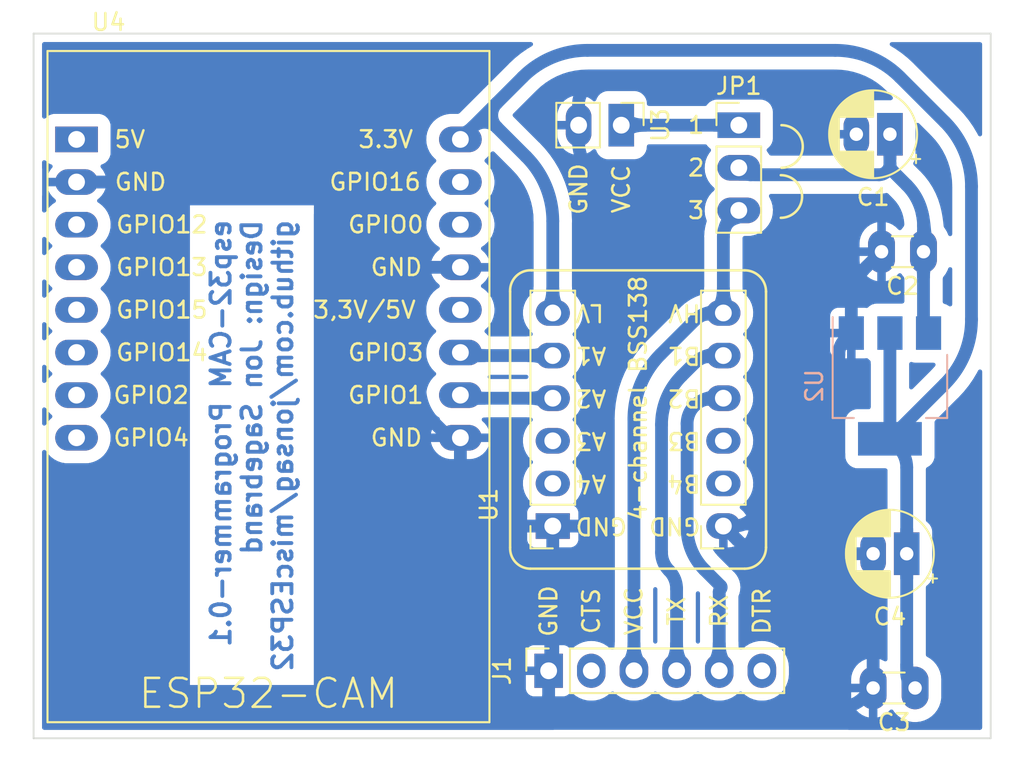
<source format=kicad_pcb>
(kicad_pcb (version 20240108) (generator "pcbnew") (generator_version "8.0")
  (title_block (title "esp32-CAM Programmer") (date "2022-09-19") (rev "0.1"))
  (layers (0 "F.Cu" signal) (31 "B.Cu" signal) (34 "B.Paste" user) (35 "F.Paste" user) (36 "B.SilkS" user "B.Silkscreen") (37 "F.SilkS" user "F.Silkscreen") (38 "B.Mask" user) (39 "F.Mask" user) (44 "Edge.Cuts" user))
  (net 0 "")
  (net 1 "Net-(C1-Pad1)")
  (net 2 "GND")
  (net 3 "+3.3V")
  (net 5 "+5V")
  (net 6 "Tx")
  (net 7 "Rx")
  (net 9 "VCC")
  (net 12 "GPIO1{slash}Tx")
  (net 13 "GPIO3{slash}Rx")
  (footprint "My_Headers:2-pin_power_input_header_larger_pads" (layer "F.Cu") (at 165 55.46 -90)
    (property "Reference" "U3" (at 0 -2.33 90) (layer "F.SilkS"))
    (property "Value" "External Power In")
    (fp_text user "VCC" (at 3.81 0 90) (layer "F.SilkS"))
    (fp_text user "GND" (at 3.81 2.54 90) (layer "F.SilkS"))
    (pad "1" thru_hole rect (at 0 0 270) (size 2.54 1.524) (drill 1) (layers "*.Cu" "*.Mask") (net 9 "VCC"))
    (pad "2" thru_hole oval (at 0 2.54 270) (size 2.54 1.524) (drill 1) (layers "*.Cu" "*.Mask") (net 2 "GND"))
  )
  (footprint "My_Misc:CP_Radial_D5.0mm_P2.00mm_larger" (layer "F.Cu") (at 182 81 180)
    (property "Reference" "C4" (at 1 -3.75 0) (layer "F.SilkS"))
    (property "Value" "10u")
    (pad "1" thru_hole rect (at 0 0 180) (size 1.524 2.54) (drill 0.8) (layers "*.Cu" "*.Mask") (net 3 "+3.3V"))
    (pad "2" thru_hole oval (at 2 0 180) (size 1.524 2.54) (drill 0.8) (layers "*.Cu" "*.Mask") (net 2 "GND"))
  )
  (footprint "My_Parts:Jumper_1x03_P2.54mm_large" (layer "F.Cu") (at 172 55.46)
    (property "Reference" "JP1" (at 0 -2.33 0) (layer "F.SilkS"))
    (property "Value" "External/Internal")
    (fp_text user "2" (at -2.54 2.54 0) (layer "F.SilkS"))
    (fp_text user "3" (at -2.54 5.08 0) (layer "F.SilkS"))
    (fp_text user "1" (at -2.54 0 0) (layer "F.SilkS"))
    (pad "1" thru_hole rect (at 0 0) (size 2.54 1.524) (drill 1) (layers "*.Cu" "*.Mask") (net 9 "VCC"))
    (pad "2" thru_hole oval (at 0 2.54) (size 2.54 1.524) (drill 1) (layers "*.Cu" "*.Mask") (net 1 "Net-(C1-Pad1)"))
    (pad "3" thru_hole oval (at 0 5.08) (size 2.54 1.524) (drill 1) (layers "*.Cu" "*.Mask") (net 5 "+5V"))
  )
  (footprint "My_Parts:4-channel_I2C_level_shifter_BSS138_large" (layer "F.Cu") (at 160.920743 79.350743 90)
    (property "Reference" "U1" (at 1.27 -3.81 90) (layer "F.SilkS"))
    (property "Value" "Level Shifter BSS138")
    (fp_text user "HV" (at 12.7 8.89 180) (layer "F.SilkS") (effects (justify left)))
    (fp_text user "4-channel BSS138" (at 7.62 5.08 90) (layer "F.SilkS"))
    (fp_text user "A4" (at 2.54 1.27 180) (layer "F.SilkS") (effects (justify right)))
    (fp_text user "B2" (at 7.62 8.89 180) (layer "F.SilkS") (effects (justify left)))
    (fp_text user "A2" (at 7.62 1.27 180) (layer "F.SilkS") (effects (justify right)))
    (fp_text user "A3" (at 5.08 1.27 180) (layer "F.SilkS") (effects (justify right)))
    (fp_text user "B4" (at 2.54 8.89 180) (layer "F.SilkS") (effects (justify left)))
    (fp_text user "B1" (at 10.16 8.89 180) (layer "F.SilkS") (effects (justify left)))
    (fp_text user "GND" (at 0 1.27 180) (layer "F.SilkS") (effects (justify right)))
    (fp_text user "A1" (at 10.16 1.27 180) (layer "F.SilkS") (effects (justify right)))
    (fp_text user "GND" (at 0 8.89 180) (layer "F.SilkS") (effects (justify left)))
    (fp_text user "LV" (at 12.7 1.27 180) (layer "F.SilkS") (effects (justify right)))
    (fp_text user "B3" (at 5.08 8.89 180) (layer "F.SilkS") (effects (justify left)))
    (pad "1" thru_hole rect (at 0 0 180) (size 2.032 1.524) (drill 1) (layers "*.Cu" "*.Mask") (net 2 "GND"))
    (pad "2" thru_hole oval (at 2.54 0 180) (size 2.032 1.524) (drill 1) (layers "*.Cu" "*.Mask"))
    (pad "3" thru_hole oval (at 5.08 0 180) (size 2.032 1.524) (drill 1) (layers "*.Cu" "*.Mask"))
    (pad "4" thru_hole oval (at 7.62 0 180) (size 2.032 1.524) (drill 1) (layers "*.Cu" "*.Mask") (net 12 "GPIO1{slash}Tx"))
    (pad "5" thru_hole oval (at 10.16 0 180) (size 2.032 1.524) (drill 1) (layers "*.Cu" "*.Mask") (net 13 "GPIO3{slash}Rx"))
    (pad "6" thru_hole oval (at 12.7 0 180) (size 2.032 1.524) (drill 1) (layers "*.Cu" "*.Mask") (net 3 "+3.3V"))
    (pad "7" thru_hole oval (at 0 10.16 180) (size 2.032 1.524) (drill 1) (layers "*.Cu" "*.Mask") (net 2 "GND"))
    (pad "8" thru_hole oval (at 2.54 10.16 180) (size 2.032 1.524) (drill 1) (layers "*.Cu" "*.Mask"))
    (pad "9" thru_hole oval (at 5.08 10.16 180) (size 2.032 1.524) (drill 1) (layers "*.Cu" "*.Mask"))
    (pad "10" thru_hole oval (at 7.62 10.16 180) (size 2.032 1.524) (drill 1) (layers "*.Cu" "*.Mask") (net 7 "Rx"))
    (pad "11" thru_hole oval (at 10.16 10.16 180) (size 2.032 1.524) (drill 1) (layers "*.Cu" "*.Mask") (net 6 "Tx"))
    (pad "12" thru_hole oval (at 12.7 10.16 180) (size 2.032 1.524) (drill 1) (layers "*.Cu" "*.Mask") (net 5 "+5V"))
  )
  (footprint "My_Misc:C_Disc_D3.0mm_W1.6mm_P2.50mm_larg" (layer "F.Cu") (at 182.5 89 180)
    (property "Reference" "C3" (at 1.25 -2.05 0) (layer "F.SilkS"))
    (property "Value" "100n")
    (pad "1" thru_hole oval (at 0 0 180) (size 1.6 2.54) (drill 0.8) (layers "*.Cu" "*.Mask") (net 3 "+3.3V"))
    (pad "2" thru_hole oval (at 2.5 0 180) (size 1.6 2.54) (drill 0.8) (layers "*.Cu" "*.Mask") (net 2 "GND"))
  )
  (footprint "My_Misc:CP_Radial_D5.0mm_P2.00mm_larger" (layer "F.Cu") (at 181 56 180)
    (property "Reference" "C1" (at 1 -3.75 0) (layer "F.SilkS"))
    (property "Value" "10u")
    (pad "1" thru_hole rect (at 0 0 180) (size 1.524 2.54) (drill 0.8) (layers "*.Cu" "*.Mask") (net 1 "Net-(C1-Pad1)"))
    (pad "2" thru_hole oval (at 2 0 180) (size 1.524 2.54) (drill 0.8) (layers "*.Cu" "*.Mask") (net 2 "GND"))
  )
  (footprint "My_ESP32:ESP32-CAM" (layer "F.Cu") (at 132.558725 56.3085)
    (property "Reference" "U4" (at 1.905 -6.985 0) (layer "F.SilkS"))
    (property "Value" "ESP32-CAM")
    (fp_text user "GPIO15" (at 5.08 10.16 0) (layer "F.SilkS"))
    (fp_text user "GPIO3" (at 18.415 12.7 0) (layer "F.SilkS"))
    (fp_text user "GPIO4" (at 4.445 17.78 0) (layer "F.SilkS"))
    (fp_text user "GND" (at 19.05 7.62 0) (layer "F.SilkS"))
    (fp_text user "GPIO12" (at 5.08 5.08 0) (layer "F.SilkS"))
    (fp_text user "GND" (at 19.05 17.78 0) (layer "F.SilkS"))
    (fp_text user "3,3V/5V" (at 17.145 10.16 0) (layer "F.SilkS"))
    (fp_text user "GPIO14" (at 5.08 12.7 0) (layer "F.SilkS"))
    (fp_text user "5V" (at 3.175 0 0) (layer "F.SilkS"))
    (fp_text user "3.3V" (at 18.415 0 0) (layer "F.SilkS"))
    (fp_text user "GPIO0" (at 18.415 5.08 0) (layer "F.SilkS"))
    (fp_text user "GND" (at 3.81 2.54 0) (layer "F.SilkS"))
    (fp_text user "GPIO13" (at 5.08 7.62 0) (layer "F.SilkS"))
    (fp_text user "ESP32-CAM" (at 11.43 33.02 0) (layer "F.SilkS") (effects (font (size 1.72 1.72))))
    (fp_text user "GPIO1" (at 18.415 15.24 0) (layer "F.SilkS"))
    (fp_text user "GPIO16" (at 17.78 2.54 0) (layer "F.SilkS"))
    (fp_text user "GPIO2" (at 4.445 15.24 0) (layer "F.SilkS"))
    (pad "1" thru_hole rect (at 0 0) (size 2.54 1.524) (drill 1) (layers "*.Cu" "*.Mask"))
    (pad "2" thru_hole oval (at 0 2.54) (size 2.54 1.524) (drill 1) (layers "*.Cu" "*.Mask") (net 2 "GND"))
    (pad "3" thru_hole oval (at 0 5.08) (size 2.54 1.524) (drill 1) (layers "*.Cu" "*.Mask"))
    (pad "4" thru_hole oval (at 0 7.62) (size 2.54 1.524) (drill 1) (layers "*.Cu" "*.Mask"))
    (pad "5" thru_hole oval (at 0 10.16) (size 2.54 1.524) (drill 1) (layers "*.Cu" "*.Mask"))
    (pad "6" thru_hole oval (at 0 12.7) (size 2.54 1.524) (drill 1) (layers "*.Cu" "*.Mask"))
    (pad "7" thru_hole oval (at 0 15.24) (size 2.54 1.524) (drill 1) (layers "*.Cu" "*.Mask"))
    (pad "8" thru_hole oval (at 0 17.78) (size 2.54 1.524) (drill 1) (layers "*.Cu" "*.Mask"))
    (pad "9" thru_hole oval (at 22.86 17.78) (size 2.54 1.524) (drill 1) (layers "*.Cu" "*.Mask") (net 2 "GND"))
    (pad "10" thru_hole oval (at 22.86 15.24) (size 2.54 1.524) (drill 1) (layers "*.Cu" "*.Mask") (net 12 "GPIO1{slash}Tx"))
    (pad "11" thru_hole oval (at 22.86 12.7) (size 2.54 1.524) (drill 1) (layers "*.Cu" "*.Mask") (net 13 "GPIO3{slash}Rx"))
    (pad "12" thru_hole oval (at 22.86 10.16) (size 2.54 1.524) (drill 1) (layers "*.Cu" "*.Mask"))
    (pad "13" thru_hole oval (at 22.86 7.62) (size 2.54 1.524) (drill 1) (layers "*.Cu" "*.Mask") (net 2 "GND"))
    (pad "14" thru_hole oval (at 22.86 5.08) (size 2.54 1.524) (drill 1) (layers "*.Cu" "*.Mask"))
    (pad "15" thru_hole oval (at 22.86 2.54) (size 2.54 1.524) (drill 1) (layers "*.Cu" "*.Mask"))
    (pad "16" thru_hole oval (at 22.86 0) (size 2.54 1.524) (drill 1) (layers "*.Cu" "*.Mask") (net 3 "+3.3V"))
  )
  (footprint "My_Headers:6-pin FTDI Programmer PinSocket large" (layer "F.Cu") (at 160.675 87.975 90)
    (property "Reference" "J1" (at 0 -2.77 90) (layer "F.SilkS"))
    (property "Value" "FTDI Programmer")
    (fp_text user "RX" (at 3.556 10.16 90) (layer "F.SilkS"))
    (fp_text user "GND" (at 3.556 0 90) (layer "F.SilkS"))
    (fp_text user "VCC" (at 3.556 5.08 90) (layer "F.SilkS"))
    (fp_text user "DTR" (at 3.556 12.7 90) (layer "F.SilkS"))
    (fp_text user "TX" (at 3.556 7.62 90) (layer "F.SilkS"))
    (fp_text user "CTS" (at 3.556 2.54 90) (layer "F.SilkS"))
    (pad "1" thru_hole rect (at 0 0 90) (size 2.032 1.7) (drill 1) (layers "*.Cu" "*.Mask") (net 2 "GND"))
    (pad "2" thru_hole oval (at 0 2.54 90) (size 2.032 1.7) (drill 1) (layers "*.Cu" "*.Mask"))
    (pad "3" thru_hole oval (at 0 5.08 90) (size 2.032 1.7) (drill 1) (layers "*.Cu" "*.Mask") (net 5 "+5V"))
    (pad "4" thru_hole oval (at 0 7.62 90) (size 2.032 1.7) (drill 1) (layers "*.Cu" "*.Mask") (net 6 "Tx"))
    (pad "5" thru_hole oval (at 0 10.16 90) (size 2.032 1.7) (drill 1) (layers "*.Cu" "*.Mask") (net 7 "Rx"))
    (pad "6" thru_hole oval (at 0 12.7 90) (size 2.032 1.7) (drill 1) (layers "*.Cu" "*.Mask"))
  )
  (footprint "My_Misc:C_Disc_D3.0mm_W1.6mm_P2.50mm_larg" (layer "F.Cu") (at 183 63 180)
    (property "Reference" "C2" (at 1.25 -2.05 0) (layer "F.SilkS"))
    (property "Value" "100n")
    (pad "1" thru_hole oval (at 0 0 180) (size 1.6 2.54) (drill 0.8) (layers "*.Cu" "*.Mask") (net 1 "Net-(C1-Pad1)"))
    (pad "2" thru_hole oval (at 2.5 0 180) (size 1.6 2.54) (drill 0.8) (layers "*.Cu" "*.Mask") (net 2 "GND"))
  )
  (footprint "Package_TO_SOT_SMD:SOT-223-3_TabPin2" (layer "B.Cu") (at 181 71 -90)
    (property "Reference" "U2" (at 0 4.5 90) (layer "B.SilkS") (effects (justify mirror)))
    (property "Value" "AMS1117-3.3")
    (pad "1" smd rect (at -3.15 2.3 270) (size 2 1.5) (layers "B.Cu" "B.Paste" "B.Mask") (net 2 "GND"))
    (pad "2" smd rect (at -3.15 0 270) (size 2 1.5) (layers "B.Cu" "B.Paste" "B.Mask") (net 3 "+3.3V"))
    (pad "2" smd rect (at 3.15 0 270) (size 2 3.8) (layers "B.Cu" "B.Paste" "B.Mask") (net 3 "+3.3V"))
    (pad "3" smd rect (at -3.15 -2.3 270) (size 2 1.5) (layers "B.Cu" "B.Paste" "B.Mask") (net 1 "Net-(C1-Pad1)"))
  )
  (gr_line (start 187 50) (end 187 92) (stroke (width 0.1)) (layer "Edge.Cuts"))
  (gr_line (start 130 92) (end 130 50) (stroke (width 0.1)) (layer "Edge.Cuts"))
  (gr_line (start 130 50) (end 187 50) (stroke (width 0.1)) (layer "Edge.Cuts"))
  (gr_line (start 187 92) (end 130 92) (stroke (width 0.1)) (layer "Edge.Cuts"))
  (gr_text "${TITLE}-${REVISION}\nDesign: Jon Sagebrand\ngithub.com/jonsag/miscESP32" (at 143 61 90) (layer "B.Cu") (effects (font (size 1.143 1.143) (thickness 0.2286)) (justify left mirror)))
  (segment (start 181 57.762592) (end 181 56) (width 0.762) (layer "B.Cu") (net 1))
  (segment (start 172.2065 58.2065) (end 172 58) (width 0.762) (layer "B.Cu") (net 1))
  (segment (start 181.1905 58.2225) (end 182 59.032) (width 0.762) (layer "B.Cu") (net 1))
  (segment (start 172.705035 58.413) (end 180.349592 58.413) (width 0.762) (layer "B.Cu") (net 1))
  (segment (start 183.15 67.7) (end 183.3 67.85) (width 0.762) (layer "B.Cu") (net 1))
  (segment (start 183 63) (end 183 61.446213) (width 0.762) (layer "B.Cu") (net 1))
  (segment (start 183 63) (end 183 67.337867) (width 0.762) (layer "B.Cu") (net 1))
  (arc (start 180.8095 58.2225) (mid 180.95049 58.011492) (end 181 57.762592) (width 0.762) (layer "B.Cu") (net 1))
  (arc (start 180.8095 58.2225) (mid 180.598492 58.36349) (end 180.349592 58.413) (width 0.762) (layer "B.Cu") (net 1))
  (arc (start 182 59.032) (mid 182.740108 60.13965) (end 183 61.446213) (width 0.762) (layer "B.Cu") (net 1))
  (arc (start 181 57.762592) (mid 181.049509 58.011492) (end 181.1905 58.2225) (width 0.762) (layer "B.Cu") (net 1))
  (arc (start 172.2065 58.2065) (mid 172.435229 58.359332) (end 172.705035 58.413) (width 0.762) (layer "B.Cu") (net 1))
  (arc (start 183 67.337867) (mid 183.038983 67.533852) (end 183.15 67.7) (width 0.762) (layer "B.Cu") (net 1))
  (arc (start 181.1905 58.2225) (mid 181 58.143592) (end 180.8095 58.2225) (width 0.762) (layer "B.Cu") (net 1))
  (segment (start 163.624246 53) (end 177.292893 53) (width 0.762) (layer "B.Cu") (net 2))
  (segment (start 163.210709 58.242709) (end 163.17842 58.21042) (width 0.762) (layer "B.Cu") (net 2))
  (segment (start 176.363207 75.338278) (end 172.799755 78.90173) (width 0.762) (layer "B.Cu") (net 2))
  (segment (start 179.433 89.567) (end 180 89) (width 0.762) (layer "B.Cu") (net 2))
  (segment (start 155.418725 74.419538) (end 155.418725 76.052581) (width 0.762) (layer "B.Cu") (net 2))
  (segment (start 173.8962 81) (end 180 81) (width 0.762) (layer "B.Cu") (net 2))
  (segment (start 152.757895 64.757895) (end 148.442292 60.442292) (width 0.762) (layer "B.Cu") (net 2))
  (segment (start 160.920743 79.350743) (end 162.464287 79.350743) (width 0.762) (layer "B.Cu") (net 2))
  (segment (start 180 81) (end 180 89) (width 0.762) (layer "B.Cu") (net 2))
  (segment (start 179.6 63.9) (end 180.5 63) (width 0.762) (layer "B.Cu") (net 2))
  (segment (start 153 64.657612) (end 153 64.58868) (width 0.762) (layer "B.Cu") (net 2))
  (segment (start 162.46 54.164246) (end 162.46 54.571) (width 0.762) (layer "B.Cu") (net 2))
  (segment (start 177.957 71.490522) (end 177.957 69.11838) (width 0.762) (layer "B.Cu") (net 2))
  (segment (start 171.905371 80.175371) (end 171.529755 79.799755) (width 0.762) (layer "B.Cu") (net 2))
  (segment (start 160.920743 79.350743) (end 160.920743 87.55549) (width 0.762) (layer "B.Cu") (net 2))
  (segment (start 160.675 89.483592) (end 160.675 88.148766) (width 0.762) (layer "B.Cu") (net 2))
  (segment (start 144.594536 58.8485) (end 132.558725 58.8485) (width 0.762) (layer "B.Cu") (net 2))
  (segment (start 162.46 54.571) (end 162.46 56.349) (width 0.762) (layer "B.Cu") (net 2))
  (segment (start 153.66018 63.9285) (end 155.418725 63.9285) (width 0.762) (layer "B.Cu") (net 2))
  (segment (start 178.06414 90.134) (end 161.325407 90.134) (width 0.762) (layer "B.Cu") (net 2))
  (segment (start 154.522568 73.85442) (end 153.878324 73.210176) (width 0.762) (layer "B.Cu") (net 2))
  (segment (start 162.46 56.349) (end 162.46 56.476) (width 0.762) (layer "B.Cu") (net 2))
  (segment (start 179 54.707106) (end 179 56) (width 0.762) (layer "B.Cu") (net 2))
  (segment (start 153 64.657612) (end 153 65.342387) (width 0.762) (layer "B.Cu") (net 2))
  (segment (start 153 65.342387) (end 153 71.089714) (width 0.762) (layer "B.Cu") (net 2))
  (segment (start 178.7 67.324619) (end 178.7 66.072792) (width 0.762) (layer "B.Cu") (net 2))
  (segment (start 160.920743 79.350743) (end 158.716886 79.350743) (width 0.762) (layer "B.Cu") (net 2))
  (segment (start 163.961418 60.05508) (end 163.961418 77.853612) (width 0.762) (layer "B.Cu") (net 2))
  (arc (start 179.433 89.567) (mid 178.804961 89.986641) (end 178.06414 90.134) (width 0.762) (layer "B.Cu") (net 2))
  (arc (start 178.5 53.5) (mid 177.946174 53.129945) (end 177.292893 53) (width 0.762) (layer "B.Cu") (net 2))
  (arc (start 153.193362 64.121862) (mid 153.050253 64.33604) (end 153 64.58868) (width 0.762) (layer "B.Cu") (net 2))
  (arc (start 163.624246 53) (mid 163.178708 53.088623) (end 162.801 53.341) (width 0.762) (layer "B.Cu") (net 2))
  (arc (start 163.961418 77.853612) (mid 163.847455 78.426539) (end 163.522918 78.912243) (width 0.762) (layer "B.Cu") (net 2))
  (arc (start 153 65.342387) (mid 152.937078 65.026062) (end 152.757895 64.757895) (width 0.762) (layer "B.Cu") (net 2))
  (arc (start 160.797871 87.852128) (mid 160.706933 87.988226) (end 160.675 88.148766) (width 0.762) (layer "B.Cu") (net 2))
  (arc (start 154.522568 73.85442) (mid 154.781846 74.027664) (end 155.087686 74.0885) (width 0.762) (layer "B.Cu") (net 2))
  (arc (start 172.799755 78.90173) (mid 172.302406 79.234048) (end 171.715743 79.350743) (width 0.762) (layer "B.Cu") (net 2))
  (arc (start 155.418725 74.419538) (mid 155.321765 74.185458) (end 155.087686 74.0885) (width 0.762) (layer "B.Cu") (net 2))
  (arc (start 178.7 67.324619) (mid 178.60345 67.810007) (end 178.3285 68.2215) (width 0.762) (layer "B.Cu") (net 2))
  (arc (start 160.675 89.483592) (mid 160.724509 89.732492) (end 160.8655 89.9435) (width 0.762) (layer "B.Cu") (net 2))
  (arc (start 160.8655 89.9435) (mid 161.076507 90.08449) (end 161.325407 90.134) (width 0.762) (layer "B.Cu") (net 2))
  (arc (start 177.957 71.490522) (mid 177.542786 73.572912) (end 176.363207 75.338278) (width 0.762) (layer "B.Cu") (net 2))
  (arc (start 163.522918 78.912243) (mid 163.037214 79.23678) (end 162.464287 79.350743) (width 0.762) (layer "B.Cu") (net 2))
  (arc (start 178.5 53.5) (mid 178.870054 54.053825) (end 179 54.707106) (width 0.762) (layer "B.Cu") (net 2))
  (arc (start 153.66018 63.9285) (mid 153.40754 63.978753) (end 153.193362 64.121862) (width 0.762) (layer "B.Cu") (net 2))
  (arc (start 152.757895 64.757895) (mid 152.912451 64.788638) (end 153 64.657612) (width 0.762) (layer "B.Cu") (net 2))
  (arc (start 160.920743 87.55549) (mid 160.888809 87.716029) (end 160.797871 87.852128) (width 0.762) (layer "B.Cu") (net 2))
  (arc (start 171.905371 80.175371) (mid 172.818771 80.785685) (end 173.8962 81) (width 0.762) (layer "B.Cu") (net 2))
  (arc (start 155.418725 76.052581) (mid 155.669782 77.314733) (end 156.384734 78.384734) (width 0.762) (layer "B.Cu") (net 2))
  (arc (start 179.6 63.9) (mid 178.933902 64.896885) (end 178.7 66.072792) (width 0.762) (layer "B.Cu") (net 2))
  (arc (start 156.384734 78.384734) (mid 157.454734 79.099685) (end 158.716886 79.350743) (width 0.762) (layer "B.Cu") (net 2))
  (arc (start 162.46 56.476) (mid 162.646711 57.414661) (end 163.17842 58.21042) (width 0.762) (layer "B.Cu") (net 2))
  (arc (start 171.715743 79.350743) (mid 171.472738 79.513112) (end 171.529755 79.799755) (width 0.762) (layer "B.Cu") (net 2))
  (arc (start 163.210709 58.242709) (mid 163.766315 59.074232) (end 163.961418 60.05508) (width 0.762) (layer "B.Cu") (net 2))
  (arc (start 153 71.089714) (mid 153.228268 72.237299) (end 153.878324 73.210176) (width 0.762) (layer "B.Cu") (net 2))
  (arc (start 162.801 53.341) (mid 162.548623 53.718708) (end 162.46 54.164246) (width 0.762) (layer "B.Cu") (net 2))
  (arc (start 178.3285 68.2215) (mid 178.053549 68.632992) (end 177.957 69.11838) (width 0.762) (layer "B.Cu") (net 2))
  (arc (start 148.442292 60.442292) (mid 146.676926 59.262713) (end 144.594536 58.8485) (width 0.762) (layer "B.Cu") (net 2))
  (segment (start 181 73.442893) (end 181 67.85) (width 0.762) (layer "B.Cu") (net 3))
  (segment (start 182.25 88.75) (end 182.5 89) (width 0.762) (layer "B.Cu") (net 3))
  (segment (start 159.133431 52.593792) (end 157.586055 54.141168) (width 0.762) (layer "B.Cu") (net 3))
  (segment (start 159.32695 57.32695) (end 157.586055 55.586055) (width 0.762) (layer "B.Cu") (net 3))
  (segment (start 184.26404 70.885959) (end 181.5 73.65) (width 0.762) (layer "B.Cu") (net 3))
  (segment (start 182 81) (end 182 88.146446) (width 0.762) (layer "B.Cu") (net 3))
  (segment (start 160.920743 61.174706) (end 160.920743 66.650743) (width 0.762) (layer "B.Cu") (net 3))
  (segment (start 162.981188 51) (end 177.746036 51) (width 0.762) (layer "B.Cu") (net 3))
  (segment (start 156.141168 55.586056) (end 155.418725 56.3085) (width 0.762) (layer "B.Cu") (net 3))
  (segment (start 184.26404 55.26404) (end 181.593792 52.593792) (width 0.762) (layer "B.Cu") (net 3))
  (segment (start 182 81) (end 182 75.857106) (width 0.762) (layer "B.Cu") (net 3))
  (segment (start 156.141168 55.586056) (end 157.586055 54.141168) (width 0.762) (layer "B.Cu") (net 3))
  (segment (start 185.857833 59.111796) (end 185.857833 67.038203) (width 0.762) (layer "B.Cu") (net 3))
  (arc (start 184.26404 55.26404) (mid 185.443619 57.029405) (end 185.857833 59.111796) (width 0.762) (layer "B.Cu") (net 3))
  (arc (start 157.586055 54.141168) (mid 157.286809 54.863611) (end 157.586055 55.586055) (width 0.762) (layer "B.Cu") (net 3))
  (arc (start 181.5 74.65) (mid 181.129945 74.096174) (end 181 73.442893) (width 0.762) (layer "B.Cu") (net 3))
  (arc (start 185.857833 67.038203) (mid 185.443619 69.120593) (end 184.26404 70.885959) (width 0.762) (layer "B.Cu") (net 3))
  (arc (start 162.981188 51) (mid 160.898797 51.414213) (end 159.133431 52.593792) (width 0.762) (layer "B.Cu") (net 3))
  (arc (start 181.593792 52.593792) (mid 179.828426 51.414213) (end 177.746036 51) (width 0.762) (layer "B.Cu") (net 3))
  (arc (start 159.32695 57.32695) (mid 160.506529 59.092315) (end 160.920743 61.174706) (width 0.762) (layer "B.Cu") (net 3))
  (arc (start 181.5 74.65) (mid 181.870054 75.203825) (end 182 75.857106) (width 0.762) (layer "B.Cu") (net 3))
  (arc (start 182 88.146446) (mid 182.064972 88.473087) (end 182.25 88.75) (width 0.762) (layer "B.Cu") (net 3))
  (arc (start 181.5 73.65) (mid 181.292893 74.15) (end 181.5 74.65) (width 0.762) (layer "B.Cu") (net 3))
  (arc (start 157.586055 55.586055) (mid 156.863611 55.286809) (end 156.141168 55.586056) (width 0.762) (layer "B.Cu") (net 3))
  (arc (start 181 73.442893) (mid 181.180807 73.713491) (end 181.5 73.65) (width 0.762) (layer "B.Cu") (net 3))
  (segment (start 165.755 72.960449) (end 165.755 87.975) (width 0.762) (layer "B.Cu") (net 5))
  (segment (start 171.540371 60.999628) (end 172 60.54) (width 0.762) (layer "B.Cu") (net 5))
  (segment (start 167.348792 69.112692) (end 169.36173 67.099755) (width 0.762) (layer "B.Cu") (net 5))
  (segment (start 171.080743 62.109269) (end 171.080743 66.015743) (width 0.762) (layer "B.Cu") (net 5))
  (arc (start 170.445743 66.650743) (mid 169.859079 66.767437) (end 169.36173 67.099755) (width 0.762) (layer "B.Cu") (net 5))
  (arc (start 171.540371 60.999628) (mid 171.200196 61.508735) (end 171.080743 62.109269) (width 0.762) (layer "B.Cu") (net 5))
  (arc (start 171.080743 66.015743) (mid 170.894755 66.464755) (end 170.445743 66.650743) (width 0.762) (layer "B.Cu") (net 5))
  (arc (start 167.348792 69.112692) (mid 166.169213 70.878058) (end 165.755 72.960449) (width 0.762) (layer "B.Cu") (net 5))
  (segment (start 170.445 69.190743) (end 171.080743 69.190743) (width 0.762) (layer "B.Cu") (net 6))
  (segment (start 168.295 83.084718) (end 168.295 87.975) (width 0.762) (layer "B.Cu") (net 6))
  (segment (start 168.603499 70.396499) (end 169.359718 69.640281) (width 0.762) (layer "B.Cu") (net 6))
  (segment (start 167.397743 73.307454) (end 167.397743 80.918548) (width 0.762) (layer "B.Cu") (net 6))
  (arc (start 167.397743 80.918548) (mid 167.514337 81.504709) (end 167.846371 82.001633) (width 0.762) (layer "B.Cu") (net 6))
  (arc (start 167.846371 82.001633) (mid 168.178405 82.498556) (end 168.295 83.084718) (width 0.762) (layer "B.Cu") (net 6))
  (arc (start 170.445 69.190743) (mid 169.857649 69.307574) (end 169.359718 69.640281) (width 0.762) (layer "B.Cu") (net 6))
  (arc (start 168.603499 70.396499) (mid 167.711108 71.732056) (end 167.397743 73.307454) (width 0.762) (layer "B.Cu") (net 6))
  (segment (start 170.9175 82.9175) (end 169.960871 81.960871) (width 0.762) (layer "B.Cu") (net 7))
  (segment (start 170.835 83.281672) (end 170.835 87.975) (width 0.762) (layer "B.Cu") (net 7))
  (segment (start 168.921743 79.452193) (end 168.921743 73.24836) (width 0.762) (layer "B.Cu") (net 7))
  (segment (start 170.43936 71.730743) (end 171.080743 71.730743) (width 0.762) (layer "B.Cu") (net 7))
  (arc (start 170.9175 83.0825) (mid 170.856441 83.173881) (end 170.835 83.281672) (width 0.762) (layer "B.Cu") (net 7))
  (arc (start 168.921743 79.452193) (mid 169.191803 80.809879) (end 169.960871 81.960871) (width 0.762) (layer "B.Cu") (net 7))
  (arc (start 170.9175 82.9175) (mid 170.951672 83) (end 170.9175 83.0825) (width 0.762) (layer "B.Cu") (net 7))
  (arc (start 170.43936 71.730743) (mid 169.858593 71.846264) (end 169.366243 72.175243) (width 0.762) (layer "B.Cu") (net 7))
  (arc (start 169.366243 72.175243) (mid 169.037264 72.667593) (end 168.921743 73.24836) (width 0.762) (layer "B.Cu") (net 7))
  (segment (start 172 55.46) (end 165 55.46) (width 0.762) (layer "B.Cu") (net 9))
  (segment (start 155.509846 71.639621) (end 155.418725 71.5485) (width 0.762) (layer "B.Cu") (net 12))
  (segment (start 155.729833 71.730743) (end 160.920743 71.730743) (width 0.762) (layer "B.Cu") (net 12))
  (arc (start 155.509846 71.639621) (mid 155.610777 71.707061) (end 155.729833 71.730743) (width 0.762) (layer "B.Cu") (net 12))
  (segment (start 155.509846 69.099621) (end 155.418725 69.0085) (width 0.762) (layer "B.Cu") (net 13))
  (segment (start 155.729833 69.190743) (end 160.920743 69.190743) (width 0.762) (layer "B.Cu") (net 13))
  (arc (start 155.509846 69.099621) (mid 155.610777 69.167061) (end 155.729833 69.190743) (width 0.762) (layer "B.Cu") (net 13))
  (zone (net 1) (net_name "Net-(C1-Pad1)") (layer "B.Cu") (priority 16962) (connect_pads yes (clearance 0)) (min_thickness 0.0254) (fill yes (thermal_gap 0.508) (thermal_bridge_width 0.508))
    (polygon (pts (xy 182.536111 60.741971) (xy 182.592454 61.004158) (xy 182.62796 61.232973) (xy 182.643614 61.434992) (xy 182.640399 61.616791) (xy 182.619301 61.784948) (xy 182.581302 61.94604) (xy 182.527389 62.106642) (xy 182.458544 62.273334) (xy 182.375753 62.45269) (xy 182.28 62.651289) (xy 183 63.4) (xy 183.72 62.651289) (xy 183.622905 62.432196) (xy 183.553317 62.235727) (xy 183.505322 62.05427) (xy 183.473008 61.880214) (xy 183.450461 61.705947) (xy 183.431769 61.523858) (xy 183.411019 61.326336) (xy 183.382296 61.105769) (xy 183.33969 60.854545) (xy 183.277287 60.565055)))
  )
  (zone (net 0) (net_name "") (layer "B.Cu") (connect_pads (clearance 0.508)) (min_thickness 0.254) (fill yes (thermal_gap 0.508) (thermal_bridge_width 0.508))
    (polygon (pts (xy 189 94) (xy 128 94) (xy 128 48) (xy 189 48)))
  )
  (zone (net 12) (net_name "GPIO1{slash}Tx") (layer "B.Cu") (priority 16962) (connect_pads yes (clearance 0)) (min_thickness 0.0254) (fill yes (thermal_gap 0.508) (thermal_bridge_width 0.508))
    (polygon (pts (xy 156.921833 71.349743) (xy 156.770185 71.346383) (xy 156.639308 71.336072) (xy 156.525577 71.318465) (xy 156.425368 71.293216) (xy 156.335053 71.259978) (xy 156.251009 71.218406) (xy 156.169609 71.168154) (xy 156.087229 71.108875) (xy 156.000243 71.040224) (xy 155.905027 70.961855) (xy 155.048748 71.457521) (xy 155.5775 72.293774) (xy 155.725794 72.261201) (xy 155.855993 72.231424) (xy 155.973728 72.204592) (xy 156.084629 72.180853) (xy 156.194327 72.160358) (xy 156.308452 72.143254) (xy 156.432634 72.129691) (xy 156.572504 72.119819) (xy 156.733694 72.113787) (xy 156.921833 72.111743)))
  )
  (zone (net 7) (net_name "Rx") (layer "B.Cu") (priority 16962) (connect_pads yes (clearance 0)) (min_thickness 0.0254) (fill yes (thermal_gap 0.508) (thermal_bridge_width 0.508))
    (polygon (pts (xy 170.454 86.285) (xy 170.449869 86.475244) (xy 170.437605 86.637472) (xy 170.417403 86.777333) (xy 170.389456 86.900474) (xy 170.353959 87.012543) (xy 170.311105 87.119188) (xy 170.261088 87.226057) (xy 170.204102 87.3388) (xy 170.140341 87.463062) (xy 170.07 87.604494) (xy 170.835 88.4) (xy 171.6 87.604494) (xy 171.529658 87.463062) (xy 171.465897 87.3388) (xy 171.408911 87.226057) (xy 171.358894 87.119188) (xy 171.31604 87.012543) (xy 171.280543 86.900474) (xy 171.252596 86.777333) (xy 171.232394 86.637472) (xy 171.22013 86.475244) (xy 171.216 86.285)))
  )
  (zone (net 9) (net_name "VCC") (layer "B.Cu") (priority 16962) (connect_pads yes (clearance 0)) (min_thickness 0.0254) (fill yes (thermal_gap 0.508) (thermal_bridge_width 0.508))
    (polygon (pts (xy 170.478 55.841) (xy 170.648612 55.843752) (xy 170.795123 55.85214) (xy 170.92227 55.866361) (xy 171.034787 55.886612) (xy 171.13741 55.913091) (xy 171.234874 55.945994) (xy 171.331915 55.98552) (xy 171.433268 56.031864) (xy 171.543668 56.085225) (xy 171.667852 56.1458) (xy 172.381 55.46) (xy 171.667852 54.7742) (xy 171.543668 54.834774) (xy 171.433268 54.888135) (xy 171.331915 54.934479) (xy 171.234874 54.974005) (xy 171.13741 55.006908) (xy 171.034787 55.033387) (xy 170.92227 55.053638) (xy 170.795123 55.067859) (xy 170.648612 55.076247) (xy 170.478 55.079)))
  )
  (zone (net 6) (net_name "Tx") (layer "B.Cu") (priority 16962) (connect_pads yes (clearance 0)) (min_thickness 0.0254) (fill yes (thermal_gap 0.508) (thermal_bridge_width 0.508))
    (polygon (pts (xy 169.811537 69.761176) (xy 169.927904 69.695582) (xy 170.034076 69.656939) (xy 170.13223 69.64168) (xy 170.224542 69.646235) (xy 170.313188 69.667036) (xy 170.400345 69.700516) (xy 170.48819 69.743106) (xy 170.578899 69.791238) (xy 170.674649 69.841343) (xy 170.777616 69.889855) (xy 171.461408 69.174783) (xy 170.662409 68.553844) (xy 170.529523 68.633756) (xy 170.407593 68.693839) (xy 170.293006 68.739623) (xy 170.182152 68.776637) (xy 170.07142 68.810413) (xy 169.957199 68.846481) (xy 169.835877 68.890371) (xy 169.703845 68.947613) (xy 169.55749 69.023738) (xy 169.393203 69.124278)))
  )
  (zone (net 1) (net_name "Net-(C1-Pad1)") (layer "B.Cu") (priority 16962) (connect_pads yes (clearance 0)) (min_thickness 0.0254) (fill yes (thermal_gap 0.508) (thermal_bridge_width 0.508))
    (polygon (pts (xy 183.381 64.59) (xy 183.384365 64.411553) (xy 183.394474 64.258824) (xy 183.41134 64.126696) (xy 183.434982 64.010051) (xy 183.465414 63.90377) (xy 183.502653 63.802736) (xy 183.546715 63.701831) (xy 183.597616 63.595937) (xy 183.655372 63.479936) (xy 183.72 63.348711) (xy 183 62.6) (xy 182.28 63.348711) (xy 182.344627 63.479936) (xy 182.402383 63.595937) (xy 182.453284 63.701831) (xy 182.497346 63.802736) (xy 182.534585 63.90377) (xy 182.565017 64.010051) (xy 182.588659 64.126696) (xy 182.605525 64.258824) (xy 182.615634 64.411553) (xy 182.619 64.59)))
  )
  (zone (net 5) (net_name "+5V") (layer "B.Cu") (priority 16962) (connect_pads yes (clearance 0)) (min_thickness 0.0254) (fill yes (thermal_gap 0.508) (thermal_bridge_width 0.508))
    (polygon (pts (xy 171.491239 61.846065) (xy 171.529862 61.716385) (xy 171.57962 61.613163) (xy 171.639667 61.532315) (xy 171.709156 61.469758) (xy 171.78724 61.42141) (xy 171.873073 61.383187) (xy 171.965808 61.351006) (xy 172.064599 61.320784) (xy 172.168599 61.288437) (xy 172.276962 61.249884) (xy 172.259085 60.260652) (xy 171.256933 60.371199) (xy 171.216698 60.522172) (xy 171.171233 60.651367) (xy 171.12161 60.765252) (xy 171.068907 60.870298) (xy 171.014196 60.972975) (xy 170.958555 61.079752) (xy 170.903056 61.1971) (xy 170.848777 61.331488) (xy 170.79679 61.489386) (xy 170.748173 61.677265)))
  )
  (zone (net 3) (net_name "+3.3V") (layer "B.Cu") (priority 16962) (connect_pads yes (clearance 0)) (min_thickness 0.0254) (fill yes (thermal_gap 0.508) (thermal_bridge_width 0.508))
    (polygon (pts (xy 182.381 82.522) (xy 182.383752 82.351387) (xy 182.39214 82.204876) (xy 182.406361 82.077729) (xy 182.426612 81.965212) (xy 182.453091 81.862589) (xy 182.485994 81.765125) (xy 182.52552 81.668084) (xy 182.571864 81.566731) (xy 182.625225 81.456331) (xy 182.6858 81.332148) (xy 182 80.619) (xy 181.3142 81.332148) (xy 181.374774 81.456331) (xy 181.428135 81.566731) (xy 181.474479 81.668084) (xy 181.514005 81.765125) (xy 181.546908 81.862589) (xy 181.573387 81.965212) (xy 181.593638 82.077729) (xy 181.607859 82.204876) (xy 181.616247 82.351387) (xy 181.619 82.522)))
  )
  (zone (net 1) (net_name "Net-(C1-Pad1)") (layer "B.Cu") (priority 16962) (connect_pads yes (clearance 0)) (min_thickness 0.0254) (fill yes (thermal_gap 0.508) (thermal_bridge_width 0.508))
    (polygon (pts (xy 173.413305 58.032) (xy 173.279652 58.025856) (xy 173.166035 58.007891) (xy 173.069248 57.978804) (xy 172.986088 57.939294) (xy 172.91335 57.890062) (xy 172.84783 57.831805) (xy 172.786325 57.765224) (xy 172.72563 57.691017) (xy 172.66254 57.609885) (xy 172.593853 57.522526) (xy 171.655709 57.83683) (xy 172.006438 58.761972) (xy 172.16361 58.761713) (xy 172.301347 58.763476) (xy 172.425564 58.766792) (xy 172.542174 58.771191) (xy 172.657092 58.776202) (xy 172.776232 58.781356) (xy 172.905509 58.786183) (xy 173.050838 58.790212) (xy 173.218131 58.792974) (xy 173.413305 58.794)))
  )
  (zone (net 3) (net_name "+3.3V") (layer "B.Cu") (priority 16962) (connect_pads yes (clearance 0)) (min_thickness 0.0254) (fill yes (thermal_gap 0.508) (thermal_bridge_width 0.508))
    (polygon (pts (xy 155.864689 55.323721) (xy 155.818683 55.367432) (xy 155.772973 55.406649) (xy 155.728206 55.441301) (xy 155.685029 55.471322) (xy 155.644091 55.496644) (xy 155.606038 55.517198) (xy 155.571519 55.532918) (xy 155.541181 55.543736) (xy 155.515672 55.549583) (xy 155.49564 55.550392) (xy 155.149318 56.577907) (xy 156.176833 56.231584) (xy 156.177641 56.211551) (xy 156.183488 56.186042) (xy 156.194306 56.155704) (xy 156.210025 56.121185) (xy 156.23058 56.083132) (xy 156.255901 56.042194) (xy 156.285922 55.999017) (xy 156.320575 55.95425) (xy 156.359791 55.90854) (xy 156.403503 55.862535)))
  )
  (zone (net 13) (net_name "GPIO3{slash}Rx") (layer "B.Cu") (priority 16962) (connect_pads yes (clearance 0)) (min_thickness 0.0254) (fill yes (thermal_gap 0.508) (thermal_bridge_width 0.508))
    (polygon (pts (xy 156.921833 68.809743) (xy 156.770185 68.806383) (xy 156.639308 68.796072) (xy 156.525577 68.778465) (xy 156.425368 68.753216) (xy 156.335053 68.719978) (xy 156.251009 68.678406) (xy 156.169609 68.628154) (xy 156.087229 68.568875) (xy 156.000243 68.500224) (xy 155.905027 68.421855) (xy 155.048748 68.917521) (xy 155.5775 69.753774) (xy 155.725794 69.721201) (xy 155.855993 69.691424) (xy 155.973728 69.664592) (xy 156.084629 69.640853) (xy 156.194327 69.620358) (xy 156.308452 69.603254) (xy 156.432634 69.589691) (xy 156.572504 69.579819) (xy 156.733694 69.573787) (xy 156.921833 69.571743)))
  )
  (zone (net 2) (net_name "GND") (layer "B.Cu") (connect_pads (clearance 0.508)) (min_thickness 0.254) (fill yes (thermal_gap 0.508) (thermal_bridge_width 0.508))
    (polygon (pts (xy 188 93) (xy 129 93) (xy 129 49) (xy 188 49)))
  )
  (zone (net 3) (net_name "+3.3V") (layer "B.Cu") (priority 16962) (connect_pads yes (clearance 0)) (min_thickness 0.0254) (fill yes (thermal_gap 0.508) (thermal_bridge_width 0.508))
    (polygon (pts (xy 160.539743 65.128743) (xy 160.53699 65.299355) (xy 160.528602 65.445866) (xy 160.514381 65.573013) (xy 160.49413 65.68553) (xy 160.467651 65.788153) (xy 160.434748 65.885617) (xy 160.395222 65.982658) (xy 160.348878 66.084011) (xy 160.295517 66.194411) (xy 160.234943 66.318595) (xy 160.920743 67.031743) (xy 161.606543 66.318595) (xy 161.545968 66.194411) (xy 161.492607 66.084011) (xy 161.446263 65.982658) (xy 161.406737 65.885617) (xy 161.373834 65.788153) (xy 161.347355 65.68553) (xy 161.327104 65.573013) (xy 161.312883 65.445866) (xy 161.304495 65.299355) (xy 161.301743 65.128743)))
  )
  (zone (net 3) (net_name "+3.3V") (layer "B.Cu") (priority 16962) (connect_pads yes (clearance 0)) (min_thickness 0.0254) (fill yes (thermal_gap 0.508) (thermal_bridge_width 0.508))
    (polygon (pts (xy 181.619 87.546838) (xy 181.621268 87.748463) (xy 181.627424 87.920885) (xy 181.636495 88.070363) (xy 181.647512 88.203156) (xy 181.6595 88.325522) (xy 181.671488 88.443719) (xy 181.682504 88.564007) (xy 181.691576 88.692644) (xy 181.697732 88.835889) (xy 181.7 89) (xy 182.697823 89.347657) (xy 182.953324 88.340837) (xy 182.858022 88.277297) (xy 182.768525 88.219085) (xy 182.685829 88.162882) (xy 182.610929 88.105366) (xy 182.544821 88.043219) (xy 182.4885 87.973122) (xy 182.442962 87.891755) (xy 182.409202 87.795798) (xy 182.388216 87.681932) (xy 182.381 87.546838)))
  )
  (zone (net 5) (net_name "+5V") (layer "B.Cu") (priority 16962) (connect_pads yes (clearance 0)) (min_thickness 0.0254) (fill yes (thermal_gap 0.508) (thermal_bridge_width 0.508))
    (polygon (pts (xy 170.699743 65.123743) (xy 170.697013 65.295036) (xy 170.688683 65.442149) (xy 170.674541 65.569831) (xy 170.654373 65.682834) (xy 170.627968 65.785907) (xy 170.595113 65.883801) (xy 170.555595 65.981266) (xy 170.509202 66.083054) (xy 170.455722 66.193913) (xy 170.394943 66.318595) (xy 171.080743 67.031743) (xy 171.766543 66.318595) (xy 171.705763 66.193913) (xy 171.652283 66.083054) (xy 171.60589 65.981266) (xy 171.566372 65.883801) (xy 171.533517 65.785907) (xy 171.507112 65.682834) (xy 171.486944 65.569831) (xy 171.472802 65.442149) (xy 171.464472 65.295036) (xy 171.461743 65.123743)))
  )
  (zone (net 5) (net_name "+5V") (layer "B.Cu") (priority 16962) (connect_pads yes (clearance 0)) (min_thickness 0.0254) (fill yes (thermal_gap 0.508) (thermal_bridge_width 0.508))
    (polygon (pts (xy 169.806331 67.225445) (xy 169.92302 67.158598) (xy 170.029653 67.119019) (xy 170.128386 67.103097) (xy 170.221377 67.107221) (xy 170.310782 67.127778) (xy 170.398759 67.161158) (xy 170.487466 67.20375) (xy 170.579059 67.251942) (xy 170.675696 67.302124) (xy 170.779535 67.350683) (xy 171.461363 66.633739) (xy 170.657849 66.016863) (xy 170.524826 66.097894) (xy 170.402503 66.158562) (xy 170.28733 66.204541) (xy 170.175763 66.241502) (xy 170.064253 66.275118) (xy 169.949255 66.311062) (xy 169.827221 66.355006) (xy 169.694604 66.412623) (xy 169.547858 66.489585) (xy 169.383437 66.591565)))
  )
  (zone (net 6) (net_name "Tx") (layer "B.Cu") (priority 16962) (connect_pads yes (clearance 0)) (min_thickness 0.0254) (fill yes (thermal_gap 0.508) (thermal_bridge_width 0.508))
    (polygon (pts (xy 167.914 86.285) (xy 167.909869 86.475244) (xy 167.897605 86.637472) (xy 167.877403 86.777333) (xy 167.849456 86.900474) (xy 167.813959 87.012543) (xy 167.771105 87.119188) (xy 167.721088 87.226057) (xy 167.664102 87.3388) (xy 167.600341 87.463062) (xy 167.53 87.604494) (xy 168.295 88.4) (xy 169.06 87.604494) (xy 168.989658 87.463062) (xy 168.925897 87.3388) (xy 168.868911 87.226057) (xy 168.818894 87.119188) (xy 168.77604 87.012543) (xy 168.740543 86.900474) (xy 168.712596 86.777333) (xy 168.692394 86.637472) (xy 168.68013 86.475244) (xy 168.676 86.285)))
  )
  (zone (net 3) (net_name "+3.3V") (layer "B.Cu") (priority 16962) (connect_pads yes (clearance 0)) (min_thickness 0.0254) (fill yes (thermal_gap 0.508) (thermal_bridge_width 0.508))
    (polygon (pts (xy 181.619 79.478) (xy 181.616247 79.648612) (xy 181.607859 79.795123) (xy 181.593638 79.92227) (xy 181.573387 80.034787) (xy 181.546908 80.13741) (xy 181.514005 80.234874) (xy 181.474479 80.331915) (xy 181.428135 80.433268) (xy 181.374774 80.543668) (xy 181.3142 80.667852) (xy 182 81.381) (xy 182.6858 80.667852) (xy 182.625225 80.543668) (xy 182.571864 80.433268) (xy 182.52552 80.331915) (xy 182.485994 80.234874) (xy 182.453091 80.13741) (xy 182.426612 80.034787) (xy 182.406361 79.92227) (xy 182.39214 79.795123) (xy 182.383752 79.648612) (xy 182.381 79.478)))
  )
  (zone (net 1) (net_name "Net-(C1-Pad1)") (layer "B.Cu") (priority 16962) (connect_pads yes (clearance 0)) (min_thickness 0.0254) (fill yes (thermal_gap 0.508) (thermal_bridge_width 0.508))
    (polygon (pts (xy 181.381 57.522) (xy 181.383752 57.351387) (xy 181.39214 57.204876) (xy 181.406361 57.077729) (xy 181.426612 56.965212) (xy 181.453091 56.862589) (xy 181.485994 56.765125) (xy 181.52552 56.668084) (xy 181.571864 56.566731) (xy 181.625225 56.456331) (xy 181.6858 56.332148) (xy 181 55.619) (xy 180.3142 56.332148) (xy 180.374774 56.456331) (xy 180.428135 56.566731) (xy 180.474479 56.668084) (xy 180.514005 56.765125) (xy 180.546908 56.862589) (xy 180.573387 56.965212) (xy 180.593638 57.077729) (xy 180.607859 57.204876) (xy 180.616247 57.351387) (xy 180.619 57.522)))
  )
  (zone (net 7) (net_name "Rx") (layer "B.Cu") (priority 16962) (connect_pads yes (clearance 0)) (min_thickness 0.0254) (fill yes (thermal_gap 0.508) (thermal_bridge_width 0.508))
    (polygon (pts (xy 169.80913 72.302507) (xy 169.925345 72.236055) (xy 170.031533 72.196821) (xy 170.129841 72.181198) (xy 170.222416 72.185578) (xy 170.311405 72.206353) (xy 170.398957 72.239917) (xy 170.487217 72.282662) (xy 170.578335 72.33098) (xy 170.674458 72.381263) (xy 170.777732 72.429905) (xy 171.461405 71.71472) (xy 170.658182 71.096641) (xy 170.525466 71.177364) (xy 170.403414 71.23775) (xy 170.288491 71.283464) (xy 170.17716 71.320168) (xy 170.065884 71.353529) (xy 169.951128 71.389208) (xy 169.829355 71.432872) (xy 169.697028 71.490183) (xy 169.550612 71.566806) (xy 169.38657 71.668405)))
  )
  (zone (net 9) (net_name "VCC") (layer "B.Cu") (priority 16962) (connect_pads yes (clearance 0)) (min_thickness 0.0254) (fill yes (thermal_gap 0.508) (thermal_bridge_width 0.508))
    (polygon (pts (xy 166.522 55.079) (xy 166.351387 55.076247) (xy 166.204876 55.067859) (xy 166.077729 55.053638) (xy 165.965212 55.033387) (xy 165.862589 55.006908) (xy 165.765125 54.974005) (xy 165.668084 54.934479) (xy 165.566731 54.888135) (xy 165.456331 54.834774) (xy 165.332148 54.7742) (xy 164.619 55.46) (xy 165.332148 56.1458) (xy 165.456331 56.085225) (xy 165.566731 56.031864) (xy 165.668084 55.98552) (xy 165.765125 55.945994) (xy 165.862589 55.913091) (xy 165.965212 55.886612) (xy 166.077729 55.866361) (xy 166.204876 55.85214) (xy 166.351387 55.843752) (xy 166.522 55.841)))
  )
  (zone (net 13) (net_name "GPIO3{slash}Rx") (layer "B.Cu") (priority 16962) (connect_pads yes (clearance 0)) (min_thickness 0.0254) (fill yes (thermal_gap 0.508) (thermal_bridge_width 0.508))
    (polygon (pts (xy 159.398743 69.571743) (xy 159.569355 69.574495) (xy 159.715866 69.582883) (xy 159.843013 69.597104) (xy 159.95553 69.617355) (xy 160.058153 69.643834) (xy 160.155617 69.676737) (xy 160.252658 69.716263) (xy 160.354011 69.762607) (xy 160.464411 69.815968) (xy 160.588595 69.876543) (xy 161.301743 69.190743) (xy 160.588595 68.504943) (xy 160.464411 68.565517) (xy 160.354011 68.618878) (xy 160.252658 68.665222) (xy 160.155617 68.704748) (xy 160.058153 68.737651) (xy 159.95553 68.76413) (xy 159.843013 68.784381) (xy 159.715866 68.798602) (xy 159.569355 68.80699) (xy 159.398743 68.809743)))
  )
  (zone (net 12) (net_name "GPIO1{slash}Tx") (layer "B.Cu") (priority 16962) (connect_pads yes (clearance 0)) (min_thickness 0.0254) (fill yes (thermal_gap 0.508) (thermal_bridge_width 0.508))
    (polygon (pts (xy 159.398743 72.111743) (xy 159.569355 72.114495) (xy 159.715866 72.122883) (xy 159.843013 72.137104) (xy 159.95553 72.157355) (xy 160.058153 72.183834) (xy 160.155617 72.216737) (xy 160.252658 72.256263) (xy 160.354011 72.302607) (xy 160.464411 72.355968) (xy 160.588595 72.416543) (xy 161.301743 71.730743) (xy 160.588595 71.044943) (xy 160.464411 71.105517) (xy 160.354011 71.158878) (xy 160.252658 71.205222) (xy 160.155617 71.244748) (xy 160.058153 71.277651) (xy 159.95553 71.30413) (xy 159.843013 71.324381) (xy 159.715866 71.338602) (xy 159.569355 71.34699) (xy 159.398743 71.349743)))
  )
  (zone (net 5) (net_name "+5V") (layer "B.Cu") (priority 16962) (connect_pads yes (clearance 0)) (min_thickness 0.0254) (fill yes (thermal_gap 0.508) (thermal_bridge_width 0.508))
    (polygon (pts (xy 165.374 86.285) (xy 165.369869 86.475244) (xy 165.357605 86.637472) (xy 165.337403 86.777333) (xy 165.309456 86.900474) (xy 165.273959 87.012543) (xy 165.231105 87.119188) (xy 165.181088 87.226057) (xy 165.124102 87.3388) (xy 165.060341 87.463062) (xy 164.99 87.604494) (xy 165.755 88.4) (xy 166.52 87.604494) (xy 166.449658 87.463062) (xy 166.385897 87.3388) (xy 166.328911 87.226057) (xy 166.278894 87.119188) (xy 166.23604 87.012543) (xy 166.200543 86.900474) (xy 166.172596 86.777333) (xy 166.152394 86.637472) (xy 166.14013 86.475244) (xy 166.136 86.285)))
  )
)
</source>
